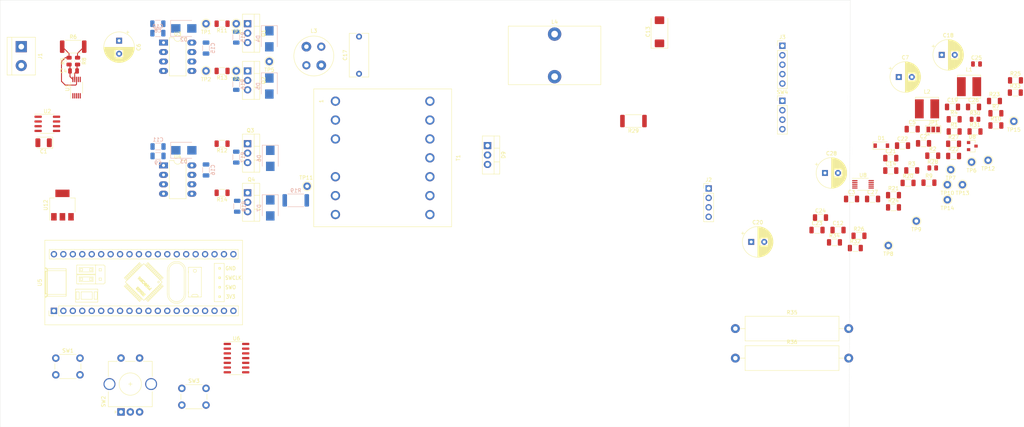
<source format=kicad_pcb>
(kicad_pcb (version 20171130) (host pcbnew "(5.1.7)-1")
  (layers (0 F.Cu signal) (31 B.Cu signal) (34 B.Paste user) (35 F.Paste user) (36 B.SilkS user hide) (37 F.SilkS user) (38 B.Mask user) (39 F.Mask user) (44 Edge.Cuts user))
  (net 0 "")
  (net 1 "Net-(C2-Pad2)")
  (net 2 GND)
  (net 3 +3V3)
  (net 4 "Net-(C4-Pad2)")
  (net 5 "Net-(C4-Pad1)")
  (net 6 VCC)
  (net 7 "Net-(C7-Pad1)")
  (net 8 "Net-(C12-Pad1)")
  (net 9 +5V)
  (net 10 "Net-(C15-Pad2)")
  (net 11 "Net-(C15-Pad1)")
  (net 12 "Net-(C16-Pad2)")
  (net 13 "Net-(C16-Pad1)")
  (net 14 /Vout)
  (net 15 "Net-(C19-Pad1)")
  (net 16 "Net-(C21-Pad1)")
  (net 17 "Net-(C22-Pad1)")
  (net 18 "Net-(C25-Pad2)")
  (net 19 "Net-(C25-Pad1)")
  (net 20 "Net-(C26-Pad1)")
  (net 21 "Net-(C27-Pad1)")
  (net 22 "Net-(D1-Pad1)")
  (net 23 "Net-(D8-Pad3)")
  (net 24 /~ALRT2)
  (net 25 /~ALRT1)
  (net 26 "Net-(D9-Pad3)")
  (net 27 "Net-(D9-Pad2)")
  (net 28 "Net-(D9-Pad1)")
  (net 29 VDC)
  (net 30 /SCL)
  (net 31 /SDA)
  (net 32 /CS)
  (net 33 /SCK)
  (net 34 /SDO)
  (net 35 "Net-(Q1-Pad1)")
  (net 36 "Net-(Q2-Pad1)")
  (net 37 "Net-(Q3-Pad1)")
  (net 38 "Net-(Q4-Pad1)")
  (net 39 "Net-(R2-Pad2)")
  (net 40 "Net-(R7-Pad1)")
  (net 41 "Net-(R11-Pad2)")
  (net 42 "Net-(R12-Pad2)")
  (net 43 "Net-(R13-Pad2)")
  (net 44 "Net-(R14-Pad2)")
  (net 45 "Net-(R21-Pad1)")
  (net 46 "Net-(R24-Pad1)")
  (net 47 "Net-(R25-Pad1)")
  (net 48 "Net-(R29-Pad1)")
  (net 49 "Net-(R31-Pad1)")
  (net 50 "Net-(R32-Pad1)")
  (net 51 "Net-(SW4-Pad4)")
  (net 52 "Net-(R35-Pad2)")
  (net 53 "Net-(R36-Pad2)")
  (net 54 "Net-(R19-Pad1)")
  (net 55 "Net-(C17-Pad1)")
  (net 56 "Net-(C17-Pad2)")
  (net 57 /PWM_CH2)
  (net 58 /PWM_CH1)
  (net 59 /PWM_CH4)
  (net 60 /PWM_CH3)
  (net 61 "Net-(U5-Pad21)")
  (net 62 "Net-(U5-Pad22)")
  (net 63 "Net-(U5-Pad18)")
  (net 64 "Net-(U5-Pad23)")
  (net 65 "Net-(U5-Pad17)")
  (net 66 "Net-(U5-Pad24)")
  (net 67 "Net-(U5-Pad16)")
  (net 68 "Net-(U5-Pad25)")
  (net 69 "Net-(U5-Pad26)")
  (net 70 "Net-(U5-Pad27)")
  (net 71 "Net-(U5-Pad28)")
  (net 72 "Net-(U5-Pad12)")
  (net 73 "Net-(U5-Pad29)")
  (net 74 "Net-(U5-Pad30)")
  (net 75 "Net-(U5-Pad9)")
  (net 76 "Net-(U5-Pad32)")
  (net 77 "Net-(U5-Pad33)")
  (net 78 "Net-(U5-Pad34)")
  (net 79 "Net-(U5-Pad35)")
  (net 80 "Net-(U5-Pad36)")
  (net 81 "Net-(U5-Pad4)")
  (net 82 "Net-(U5-Pad37)")
  (net 83 "Net-(U5-Pad3)")
  (net 84 "Net-(U5-Pad2)")
  (net 85 "Net-(U5-Pad1)")
  (net 86 /BUTTON_2)
  (net 87 /BUTTON_1)
  (net 88 /ENC_SWITCH)
  (net 89 /ENC_B)
  (net 90 /ENC_A)
  (module Package_DIP:DIP-8_W7.62mm_LongPads (layer F.Cu) (at 56.642 74.93)
    (fp_text reference U4 (at 3.81 -2.33) (layer F.SilkS))
    (fp_text value IR2101)
    (pad 8 thru_hole oval (at 7.62 0) (size 2.4 1.6) (drill 0.8) (layers *.Cu *.Mask) (net 12 "Net-(C16-Pad2)"))
    (pad 4 thru_hole oval (at 0 7.62) (size 2.4 1.6) (drill 0.8) (layers *.Cu *.Mask) (net 2 GND))
    (pad 7 thru_hole oval (at 7.62 2.54) (size 2.4 1.6) (drill 0.8) (layers *.Cu *.Mask) (net 42 "Net-(R12-Pad2)"))
    (pad 3 thru_hole oval (at 0 5.08) (size 2.4 1.6) (drill 0.8) (layers *.Cu *.Mask) (net 59 /PWM_CH4))
    (pad 6 thru_hole oval (at 7.62 5.08) (size 2.4 1.6) (drill 0.8) (layers *.Cu *.Mask) (net 13 "Net-(C16-Pad1)"))
    (pad 2 thru_hole oval (at 0 2.54) (size 2.4 1.6) (drill 0.8) (layers *.Cu *.Mask) (net 60 /PWM_CH3))
    (pad 5 thru_hole oval (at 7.62 7.62) (size 2.4 1.6) (drill 0.8) (layers *.Cu *.Mask) (net 44 "Net-(R14-Pad2)"))
    (pad 1 thru_hole rect (at 0 0) (size 2.4 1.6) (drill 0.8) (layers *.Cu *.Mask) (net 6 VCC))
  )
  (module Package_DIP:DIP-8_W7.62mm_LongPads (layer F.Cu) (at 56.642 41.91)
    (fp_text reference U3 (at 3.81 -2.33) (layer F.SilkS))
    (fp_text value IR2101)
    (pad 8 thru_hole oval (at 7.62 0) (size 2.4 1.6) (drill 0.8) (layers *.Cu *.Mask) (net 10 "Net-(C15-Pad2)"))
    (pad 4 thru_hole oval (at 0 7.62) (size 2.4 1.6) (drill 0.8) (layers *.Cu *.Mask) (net 2 GND))
    (pad 7 thru_hole oval (at 7.62 2.54) (size 2.4 1.6) (drill 0.8) (layers *.Cu *.Mask) (net 41 "Net-(R11-Pad2)"))
    (pad 3 thru_hole oval (at 0 5.08) (size 2.4 1.6) (drill 0.8) (layers *.Cu *.Mask) (net 57 /PWM_CH2))
    (pad 6 thru_hole oval (at 7.62 5.08) (size 2.4 1.6) (drill 0.8) (layers *.Cu *.Mask) (net 11 "Net-(C15-Pad1)"))
    (pad 2 thru_hole oval (at 0 2.54) (size 2.4 1.6) (drill 0.8) (layers *.Cu *.Mask) (net 58 /PWM_CH1))
    (pad 5 thru_hole oval (at 7.62 7.62) (size 2.4 1.6) (drill 0.8) (layers *.Cu *.Mask) (net 43 "Net-(R13-Pad2)"))
    (pad 1 thru_hole rect (at 0 0) (size 2.4 1.6) (drill 0.8) (layers *.Cu *.Mask) (net 6 VCC))
  )
  (module Resistor_SMD:R_0805_2012Metric (layer F.Cu) (at 274.84 62.53)
    (fp_text reference R30 (at 0 -1.65) (layer F.SilkS))
    (fp_text value 5R)
    (pad 2 smd roundrect (at 0.9125 0) (size 1.025 1.4) (layers F.Cu F.Paste F.Mask) (roundrect_rratio 0.243902) (net 48 "Net-(R29-Pad1)"))
    (pad 1 smd roundrect (at -0.9125 0) (size 1.025 1.4) (layers F.Cu F.Paste F.Mask) (roundrect_rratio 0.243902) (net 19 "Net-(C25-Pad1)"))
  )
  (module Resistor_SMD:R_0805_2012Metric (layer F.Cu) (at 263.47 75.61)
    (fp_text reference R28 (at 0 -1.65) (layer F.SilkS))
    (fp_text value 5R)
    (pad 2 smd roundrect (at 0.9125 0) (size 1.025 1.4) (layers F.Cu F.Paste F.Mask) (roundrect_rratio 0.243902) (net 14 /Vout))
    (pad 1 smd roundrect (at -0.9125 0) (size 1.025 1.4) (layers F.Cu F.Paste F.Mask) (roundrect_rratio 0.243902) (net 18 "Net-(C25-Pad2)"))
  )
  (module Resistor_SMD:R_0805_2012Metric (layer F.Cu) (at 33.528 46.8865 90)
    (fp_text reference R8 (at 0 1.778 90) (layer F.SilkS))
    (fp_text value 5R)
    (pad 2 smd roundrect (at 0.9125 0 90) (size 1.025 1.4) (layers F.Cu F.Paste F.Mask) (roundrect_rratio 0.243902) (net 6 VCC))
    (pad 1 smd roundrect (at -0.9125 0 90) (size 1.025 1.4) (layers F.Cu F.Paste F.Mask) (roundrect_rratio 0.243902) (net 5 "Net-(C4-Pad1)"))
  )
  (module Resistor_SMD:R_0805_2012Metric (layer F.Cu) (at 31.242 46.8865 90)
    (fp_text reference R5 (at 0 -1.65 90) (layer F.SilkS))
    (fp_text value 5R)
    (pad 2 smd roundrect (at 0.9125 0 90) (size 1.025 1.4) (layers F.Cu F.Paste F.Mask) (roundrect_rratio 0.243902) (net 29 VDC))
    (pad 1 smd roundrect (at -0.9125 0 90) (size 1.025 1.4) (layers F.Cu F.Paste F.Mask) (roundrect_rratio 0.243902) (net 4 "Net-(C4-Pad2)"))
  )
  (module Capacitor_SMD:C_0805_2012Metric (layer F.Cu) (at 275.24 47.66)
    (fp_text reference C25 (at 0 -1.68) (layer F.SilkS))
    (fp_text value 0.1u)
    (pad 2 smd roundrect (at 0.95 0) (size 1 1.45) (layers F.Cu F.Paste F.Mask) (net 18 "Net-(C25-Pad2)"))
    (pad 1 smd roundrect (at -0.95 0) (size 1 1.45) (layers F.Cu F.Paste F.Mask) (net 19 "Net-(C25-Pad1)"))
  )
  (module Capacitor_SMD:C_0805_2012Metric (layer F.Cu) (at 32.446 49.53 180)
    (fp_text reference C4 (at 2.728 0) (layer F.SilkS))
    (fp_text value 0.1u)
    (pad 2 smd roundrect (at 0.95 0 180) (size 1 1.45) (layers F.Cu F.Paste F.Mask) (net 4 "Net-(C4-Pad2)"))
    (pad 1 smd roundrect (at -0.95 0 180) (size 1 1.45) (layers F.Cu F.Paste F.Mask) (net 5 "Net-(C4-Pad1)"))
  )
  (module Transformer_THT:Transformer_EPCOS_B66359A1013T_Horizontal_My (layer F.Cu) (at 102.87 57.658 270)
    (fp_text reference T1 (at 15.24 -33.02 90) (layer F.SilkS))
    (fp_text value 12:6)
    (fp_text user 1 (at 0 3.81 90) (layer F.SilkS))
    (pad 3 thru_hole circle (at 30.48 -25.4 270) (size 2.5 2.5) (drill 1.6) (layers *.Cu *.Mask) (net 26 "Net-(D9-Pad3)"))
    (pad 3 thru_hole circle (at 25.4 -25.4 270) (size 2.5 2.5) (drill 1.6) (layers *.Cu *.Mask) (net 26 "Net-(D9-Pad3)"))
    (pad 4 thru_hole circle (at 20.32 -25.4 270) (size 2.5 2.5) (drill 1.6) (layers *.Cu *.Mask) (net 2 GND))
    (pad 4 thru_hole circle (at 15.24 -25.4 270) (size 2.5 2.5) (drill 1.6) (layers *.Cu *.Mask) (net 2 GND))
    (pad 4 thru_hole circle (at 10.16 -25.4 270) (size 2.5 2.5) (drill 1.6) (layers *.Cu *.Mask) (net 2 GND))
    (pad 5 thru_hole circle (at 5.08 -25.4 270) (size 2.5 2.5) (drill 1.6) (layers *.Cu *.Mask) (net 28 "Net-(D9-Pad1)"))
    (pad 5 thru_hole circle (at 0 -25.4 270) (size 2.5 2.5) (drill 1.6) (layers *.Cu *.Mask) (net 28 "Net-(D9-Pad1)"))
    (pad 2 thru_hole circle (at 30.48 0 270) (size 2.5 2.5) (drill 1.6) (layers *.Cu *.Mask) (net 54 "Net-(R19-Pad1)"))
    (pad 2 thru_hole circle (at 25.4 0 270) (size 2.5 2.5) (drill 1.6) (layers *.Cu *.Mask) (net 54 "Net-(R19-Pad1)"))
    (pad 2 thru_hole circle (at 20.32 0 270) (size 2.5 2.5) (drill 1.6) (layers *.Cu *.Mask) (net 54 "Net-(R19-Pad1)"))
    (pad 1 thru_hole circle (at 10.16 0 270) (size 2.5 2.5) (drill 1.6) (layers *.Cu *.Mask) (net 55 "Net-(C17-Pad1)"))
    (pad 1 thru_hole circle (at 5.08 0 270) (size 2.5 2.5) (drill 1.6) (layers *.Cu *.Mask) (net 55 "Net-(C17-Pad1)"))
    (pad 1 thru_hole circle (at 0 0 270) (size 2.5 2.5) (drill 1.6) (layers *.Cu *.Mask) (net 55 "Net-(C17-Pad1)"))
  )
  (module Capacitor_Tantalum_SMD:CP_EIA-3528-21_Kemet-B (layer F.Cu) (at 24.3975 68.834 180)
    (fp_text reference C1 (at 0 -2.35) (layer F.SilkS))
    (fp_text value 10u)
    (pad 2 smd roundrect (at 1.5375 0 180) (size 1.325 2.35) (layers F.Cu F.Paste F.Mask) (roundrect_rratio 0.188679) (net 2 GND))
    (pad 1 smd roundrect (at -1.5375 0 180) (size 1.325 2.35) (layers F.Cu F.Paste F.Mask) (roundrect_rratio 0.188679) (net 29 VDC))
  )
  (module Resistor_THT:R_Axial_Power_L25.0mm_W6.4mm_P30.48mm (layer F.Cu) (at 210.4 126.75)
    (fp_text reference R36 (at 15.24 -4.32) (layer F.SilkS))
    (fp_text value R_l2)
    (pad 2 thru_hole oval (at 30.48 0) (size 2.4 2.4) (drill 1.2) (layers *.Cu *.Mask) (net 53 "Net-(R36-Pad2)"))
    (pad 1 thru_hole circle (at 0 0) (size 2.4 2.4) (drill 1.2) (layers *.Cu *.Mask) (net 2 GND))
  )
  (module Resistor_THT:R_Axial_Power_L25.0mm_W6.4mm_P30.48mm (layer F.Cu) (at 210.4 118.8)
    (fp_text reference R35 (at 15.24 -4.32) (layer F.SilkS))
    (fp_text value R_l1)
    (pad 2 thru_hole oval (at 30.48 0) (size 2.4 2.4) (drill 1.2) (layers *.Cu *.Mask) (net 52 "Net-(R35-Pad2)"))
    (pad 1 thru_hole circle (at 0 0) (size 2.4 2.4) (drill 1.2) (layers *.Cu *.Mask) (net 2 GND))
  )
  (module Resistor_SMD:R_2512_6332Metric (layer B.Cu) (at 92.202 84.328 180)
    (fp_text reference R19 (at 0 2.62) (layer B.SilkS) (effects (justify mirror)))
    (fp_text value 0.1R)
    (pad 2 smd roundrect (at 2.9625 0 180) (size 1.225 3.35) (layers B.Cu B.Paste B.Mask) (roundrect_rratio 0.204082) (net 13 "Net-(C16-Pad1)"))
    (pad 1 smd roundrect (at -2.9625 0 180) (size 1.225 3.35) (layers B.Cu B.Paste B.Mask) (roundrect_rratio 0.204082) (net 54 "Net-(R19-Pad1)"))
  )
  (module Inductor_THT:L_Toroid_Vertical_L24.6mm_W15.5mm_P11.44mm_Pulse_KM-4 (layer F.Cu) (at 161.798 39.624)
    (fp_text reference L4 (at 0 -3.28) (layer F.SilkS))
    (fp_text value 100u)
    (pad 2 thru_hole circle (at 0 11.44) (size 3.6 3.6) (drill 1.8) (layers *.Cu *.Mask) (net 14 /Vout))
    (pad 1 thru_hole circle (at 0 0) (size 3.6 3.6) (drill 1.8) (layers *.Cu *.Mask) (net 27 "Net-(D9-Pad2)"))
  )
  (module Inductor_THT:L_Radial_D10.5mm_P4.00x5.00mm_Murata_1200RS (layer F.Cu) (at 95.06 43.006)
    (fp_text reference L3 (at 2 -4.25) (layer F.SilkS))
    (fp_text value Lr)
    (pad 2 thru_hole circle (at 4 5) (size 2.6 2.6) (drill 1.2) (layers *.Cu *.Mask) (net 56 "Net-(C17-Pad2)"))
    (pad 1 thru_hole circle (at 0 0) (size 2.6 2.6) (drill 1.2) (layers *.Cu *.Mask) (net 11 "Net-(C15-Pad1)"))
    (pad "" thru_hole circle (at 0 5) (size 2.2 2.2) (drill 1.2) (layers *.Cu *.Mask))
    (pad "" thru_hole circle (at 4 0) (size 2.2 2.2) (drill 1.2) (layers *.Cu *.Mask))
  )
  (module Capacitor_THT:C_Rect_L11.5mm_W5.0mm_P10.00mm_MKT (layer F.Cu) (at 109.22 50.292 90)
    (fp_text reference C17 (at 5 -3.75 90) (layer F.SilkS))
    (fp_text value Cr)
    (pad 2 thru_hole circle (at 10 0 90) (size 1.6 1.6) (drill 0.8) (layers *.Cu *.Mask) (net 56 "Net-(C17-Pad2)"))
    (pad 1 thru_hole circle (at 0 0 90) (size 1.6 1.6) (drill 0.8) (layers *.Cu *.Mask) (net 55 "Net-(C17-Pad1)"))
  )
  (module Package_SO:SO-14_3.9x8.65mm_P1.27mm (layer F.Cu) (at 76.265 126.746)
    (fp_text reference U6 (at 0 -5.28) (layer F.SilkS))
    (fp_text value 74HC14)
    (pad 14 smd roundrect (at 2.475 -3.81) (size 1.95 0.6) (layers F.Cu F.Paste F.Mask) (net 3 +3V3))
    (pad 13 smd roundrect (at 2.475 -2.54) (size 1.95 0.6) (layers F.Cu F.Paste F.Mask))
    (pad 12 smd roundrect (at 2.475 -1.27) (size 1.95 0.6) (layers F.Cu F.Paste F.Mask))
    (pad 11 smd roundrect (at 2.475 0) (size 1.95 0.6) (layers F.Cu F.Paste F.Mask) (net 21 "Net-(C27-Pad1)"))
    (pad 10 smd roundrect (at 2.475 1.27) (size 1.95 0.6) (layers F.Cu F.Paste F.Mask) (net 86 /BUTTON_2))
    (pad 9 smd roundrect (at 2.475 2.54) (size 1.95 0.6) (layers F.Cu F.Paste F.Mask) (net 16 "Net-(C21-Pad1)"))
    (pad 8 smd roundrect (at 2.475 3.81) (size 1.95 0.6) (layers F.Cu F.Paste F.Mask) (net 87 /BUTTON_1))
    (pad 7 smd roundrect (at -2.475 3.81) (size 1.95 0.6) (layers F.Cu F.Paste F.Mask) (net 2 GND))
    (pad 6 smd roundrect (at -2.475 2.54) (size 1.95 0.6) (layers F.Cu F.Paste F.Mask) (net 88 /ENC_SWITCH))
    (pad 5 smd roundrect (at -2.475 1.27) (size 1.95 0.6) (layers F.Cu F.Paste F.Mask) (net 20 "Net-(C26-Pad1)"))
    (pad 4 smd roundrect (at -2.475 0) (size 1.95 0.6) (layers F.Cu F.Paste F.Mask) (net 89 /ENC_B))
    (pad 3 smd roundrect (at -2.475 -1.27) (size 1.95 0.6) (layers F.Cu F.Paste F.Mask) (net 17 "Net-(C22-Pad1)"))
    (pad 2 smd roundrect (at -2.475 -2.54) (size 1.95 0.6) (layers F.Cu F.Paste F.Mask) (net 90 /ENC_A))
    (pad 1 smd roundrect (at -2.475 -3.81) (size 1.95 0.6) (layers F.Cu F.Paste F.Mask) (net 15 "Net-(C19-Pad1)"))
  )
  (module Footprints:YAAJ_BluePill_1 (layer F.Cu) (at 27.178 114.046 90)
    (fp_text reference U5 (at 7.62 -3.81 90) (layer F.SilkS))
    (fp_text value YAAJ_BluePill hide)
    (fp_text user GND (at 11.43 47.498 unlocked) (layer F.SilkS) (effects (font (size 1 0.9))))
    (fp_text user SWCLK (at 8.89 48.26 unlocked) (layer F.SilkS) (effects (font (size 1 0.9))))
    (fp_text user SWO (at 6.35 47.498 unlocked) (layer F.SilkS) (effects (font (size 1 0.9))))
    (fp_text user 3V3 (at 3.81 47.498 unlocked) (layer F.SilkS) (effects (font (size 1 0.9))))
    (pad 20 thru_hole circle (at 0 48.26 90) (size 1.7 1.7) (drill 1) (layers *.Cu *.Mask) (net 3 +3V3))
    (pad 21 thru_hole circle (at 15.24 48.26 90) (size 1.7 1.7) (drill 1) (layers *.Cu *.Mask) (net 61 "Net-(U5-Pad21)"))
    (pad 19 thru_hole circle (at 0 45.72 90) (size 1.7 1.7) (drill 1) (layers *.Cu *.Mask) (net 2 GND))
    (pad 22 thru_hole circle (at 15.24 45.72 90) (size 1.7 1.7) (drill 1) (layers *.Cu *.Mask) (net 62 "Net-(U5-Pad22)"))
    (pad 18 thru_hole circle (at 0 43.18 90) (size 1.7 1.7) (drill 1) (layers *.Cu *.Mask) (net 63 "Net-(U5-Pad18)"))
    (pad 23 thru_hole circle (at 15.24 43.18 90) (size 1.7 1.7) (drill 1) (layers *.Cu *.Mask) (net 64 "Net-(U5-Pad23)"))
    (pad 17 thru_hole circle (at 0 40.64 90) (size 1.7 1.7) (drill 1) (layers *.Cu *.Mask) (net 65 "Net-(U5-Pad17)"))
    (pad 24 thru_hole circle (at 15.24 40.64 90) (size 1.7 1.7) (drill 1) (layers *.Cu *.Mask) (net 66 "Net-(U5-Pad24)"))
    (pad 16 thru_hole circle (at 0 38.1 90) (size 1.7 1.7) (drill 1) (layers *.Cu *.Mask) (net 67 "Net-(U5-Pad16)"))
    (pad 25 thru_hole circle (at 15.24 38.1 90) (size 1.7 1.7) (drill 1) (layers *.Cu *.Mask) (net 68 "Net-(U5-Pad25)"))
    (pad 15 thru_hole circle (at 0 35.56 90) (size 1.7 1.7) (drill 1) (layers *.Cu *.Mask) (net 31 /SDA))
    (pad 26 thru_hole circle (at 15.24 35.56 90) (size 1.7 1.7) (drill 1) (layers *.Cu *.Mask) (net 69 "Net-(U5-Pad26)"))
    (pad 14 thru_hole circle (at 0 33.02 90) (size 1.7 1.7) (drill 1) (layers *.Cu *.Mask) (net 30 /SCL))
    (pad 27 thru_hole circle (at 15.24 33.02 90) (size 1.7 1.7) (drill 1) (layers *.Cu *.Mask) (net 70 "Net-(U5-Pad27)"))
    (pad 13 thru_hole circle (at 0 30.48 90) (size 1.7 1.7) (drill 1) (layers *.Cu *.Mask) (net 34 /SDO))
    (pad 28 thru_hole circle (at 15.24 30.48 90) (size 1.7 1.7) (drill 1) (layers *.Cu *.Mask) (net 71 "Net-(U5-Pad28)"))
    (pad 12 thru_hole circle (at 0 27.94 90) (size 1.7 1.7) (drill 1) (layers *.Cu *.Mask) (net 72 "Net-(U5-Pad12)"))
    (pad 29 thru_hole circle (at 15.24 27.94 90) (size 1.7 1.7) (drill 1) (layers *.Cu *.Mask) (net 73 "Net-(U5-Pad29)"))
    (pad 11 thru_hole circle (at 0 25.4 90) (size 1.7 1.7) (drill 1) (layers *.Cu *.Mask) (net 33 /SCK))
    (pad 30 thru_hole circle (at 15.24 25.4 90) (size 1.7 1.7) (drill 1) (layers *.Cu *.Mask) (net 74 "Net-(U5-Pad30)"))
    (pad 10 thru_hole circle (at 0 22.86 90) (size 1.7 1.7) (drill 1) (layers *.Cu *.Mask) (net 32 /CS))
    (pad 31 thru_hole circle (at 15.24 22.86 90) (size 1.7 1.7) (drill 1) (layers *.Cu *.Mask) (net 23 "Net-(D8-Pad3)"))
    (pad 9 thru_hole circle (at 0 20.32 90) (size 1.7 1.7) (drill 1) (layers *.Cu *.Mask) (net 75 "Net-(U5-Pad9)"))
    (pad 32 thru_hole circle (at 15.24 20.32 90) (size 1.7 1.7) (drill 1) (layers *.Cu *.Mask) (net 76 "Net-(U5-Pad32)"))
    (pad 8 thru_hole circle (at 0 17.78 90) (size 1.7 1.7) (drill 1) (layers *.Cu *.Mask) (net 59 /PWM_CH4))
    (pad 33 thru_hole circle (at 15.24 17.78 90) (size 1.7 1.7) (drill 1) (layers *.Cu *.Mask) (net 77 "Net-(U5-Pad33)"))
    (pad 7 thru_hole circle (at 0 15.24 90) (size 1.7 1.7) (drill 1) (layers *.Cu *.Mask) (net 60 /PWM_CH3))
    (pad 34 thru_hole circle (at 15.24 15.24 90) (size 1.7 1.7) (drill 1) (layers *.Cu *.Mask) (net 78 "Net-(U5-Pad34)"))
    (pad 6 thru_hole circle (at 0 12.7 90) (size 1.7 1.7) (drill 1) (layers *.Cu *.Mask) (net 57 /PWM_CH2))
    (pad 35 thru_hole circle (at 15.24 12.7 90) (size 1.7 1.7) (drill 1) (layers *.Cu *.Mask) (net 79 "Net-(U5-Pad35)"))
    (pad 5 thru_hole circle (at 0 10.16 90) (size 1.7 1.7) (drill 1) (layers *.Cu *.Mask) (net 58 /PWM_CH1))
    (pad 36 thru_hole circle (at 15.24 10.16 90) (size 1.7 1.7) (drill 1) (layers *.Cu *.Mask) (net 80 "Net-(U5-Pad36)"))
    (pad 4 thru_hole circle (at 0 7.62 90) (size 1.7 1.7) (drill 1) (layers *.Cu *.Mask) (net 81 "Net-(U5-Pad4)"))
    (pad 37 thru_hole circle (at 15.24 7.62 90) (size 1.7 1.7) (drill 1) (layers *.Cu *.Mask) (net 82 "Net-(U5-Pad37)"))
    (pad 3 thru_hole circle (at 0 5.08 90) (size 1.7 1.7) (drill 1) (layers *.Cu *.Mask) (net 83 "Net-(U5-Pad3)"))
    (pad 38 thru_hole circle (at 15.24 5.08 90) (size 1.7 1.7) (drill 1) (layers *.Cu *.Mask) (net 3 +3V3))
    (pad 2 thru_hole circle (at 0 2.54 90) (size 1.7 1.7) (drill 1) (layers *.Cu *.Mask) (net 84 "Net-(U5-Pad2)"))
    (pad 39 thru_hole circle (at 15.24 2.54 90) (size 1.7 1.7) (drill 1) (layers *.Cu *.Mask) (net 2 GND))
    (pad 1 thru_hole rect (at 0 0 90) (size 1.7 1.7) (drill 1) (layers *.Cu *.Mask) (net 85 "Net-(U5-Pad1)"))
    (pad 40 thru_hole circle (at 15.24 0 90) (size 1.7 1.7) (drill 1) (layers *.Cu *.Mask) (net 2 GND))
  )
  (module Package_TO_SOT_SMD:SOT-223-3_TabPin2 (layer F.Cu) (at 29.464 85.598 90)
    (fp_text reference U12 (at 0 -4.5 90) (layer F.SilkS))
    (fp_text value AMS1117-3.3)
    (pad 1 smd rect (at -3.15 -2.3 90) (size 2 1.5) (layers F.Cu F.Paste F.Mask) (net 2 GND))
    (pad 3 smd rect (at -3.15 2.3 90) (size 2 1.5) (layers F.Cu F.Paste F.Mask) (net 9 +5V))
    (pad 2 smd rect (at -3.15 0 90) (size 2 1.5) (layers F.Cu F.Paste F.Mask) (net 3 +3V3))
    (pad 2 smd rect (at 3.15 0 90) (size 2 3.8) (layers F.Cu F.Paste F.Mask) (net 3 +3V3))
  )
  (module Package_SO:VSSOP-10_3x3mm_P0.5mm (layer F.Cu) (at 244.72 80.01)
    (fp_text reference U8 (at 0 -2.45) (layer F.SilkS))
    (fp_text value INA226)
    (pad 10 smd roundrect (at 2.2 -1) (size 1.45 0.3) (layers F.Cu F.Paste F.Mask) (net 18 "Net-(C25-Pad2)"))
    (pad 9 smd roundrect (at 2.2 -0.5) (size 1.45 0.3) (layers F.Cu F.Paste F.Mask) (net 19 "Net-(C25-Pad1)"))
    (pad 8 smd roundrect (at 2.2 0) (size 1.45 0.3) (layers F.Cu F.Paste F.Mask) (net 48 "Net-(R29-Pad1)"))
    (pad 7 smd roundrect (at 2.2 0.5) (size 1.45 0.3) (layers F.Cu F.Paste F.Mask) (net 2 GND))
    (pad 6 smd roundrect (at 2.2 1) (size 1.45 0.3) (layers F.Cu F.Paste F.Mask) (net 3 +3V3))
    (pad 5 smd roundrect (at -2.2 1) (size 1.45 0.3) (layers F.Cu F.Paste F.Mask) (net 30 /SCL))
    (pad 4 smd roundrect (at -2.2 0.5) (size 1.45 0.3) (layers F.Cu F.Paste F.Mask) (net 31 /SDA))
    (pad 3 smd roundrect (at -2.2 0) (size 1.45 0.3) (layers F.Cu F.Paste F.Mask) (net 24 /~ALRT2))
    (pad 2 smd roundrect (at -2.2 -0.5) (size 1.45 0.3) (layers F.Cu F.Paste F.Mask) (net 2 GND))
    (pad 1 smd roundrect (at -2.2 -1) (size 1.45 0.3) (layers F.Cu F.Paste F.Mask) (net 2 GND))
  )
  (module Package_SO:SOIC-8_3.9x4.9mm_P1.27mm (layer F.Cu) (at 25.4 63.754)
    (fp_text reference U2 (at 0 -3.4) (layer F.SilkS))
    (fp_text value MC34063AD)
    (pad 8 smd roundrect (at 2.475 -1.905) (size 1.95 0.6) (layers F.Cu F.Paste F.Mask) (net 39 "Net-(R2-Pad2)"))
    (pad 7 smd roundrect (at 2.475 -0.635) (size 1.95 0.6) (layers F.Cu F.Paste F.Mask) (net 39 "Net-(R2-Pad2)"))
    (pad 6 smd roundrect (at 2.475 0.635) (size 1.95 0.6) (layers F.Cu F.Paste F.Mask) (net 29 VDC))
    (pad 5 smd roundrect (at 2.475 1.905) (size 1.95 0.6) (layers F.Cu F.Paste F.Mask) (net 40 "Net-(R7-Pad1)"))
    (pad 4 smd roundrect (at -2.475 1.905) (size 1.95 0.6) (layers F.Cu F.Paste F.Mask) (net 2 GND))
    (pad 3 smd roundrect (at -2.475 0.635) (size 1.95 0.6) (layers F.Cu F.Paste F.Mask) (net 1 "Net-(C2-Pad2)"))
    (pad 2 smd roundrect (at -2.475 -0.635) (size 1.95 0.6) (layers F.Cu F.Paste F.Mask) (net 22 "Net-(D1-Pad1)"))
    (pad 1 smd roundrect (at -2.475 -1.905) (size 1.95 0.6) (layers F.Cu F.Paste F.Mask) (net 39 "Net-(R2-Pad2)"))
  )
  (module Package_SO:VSSOP-10_3x3mm_P0.5mm (layer F.Cu) (at 33.258 54.016 90)
    (fp_text reference U1 (at 0 -2.45 90) (layer F.SilkS))
    (fp_text value INA226)
    (pad 10 smd roundrect (at 2.2 -1 90) (size 1.45 0.3) (layers F.Cu F.Paste F.Mask) (net 4 "Net-(C4-Pad2)"))
    (pad 9 smd roundrect (at 2.2 -0.5 90) (size 1.45 0.3) (layers F.Cu F.Paste F.Mask) (net 5 "Net-(C4-Pad1)"))
    (pad 8 smd roundrect (at 2.2 0 90) (size 1.45 0.3) (layers F.Cu F.Paste F.Mask) (net 29 VDC))
    (pad 7 smd roundrect (at 2.2 0.5 90) (size 1.45 0.3) (layers F.Cu F.Paste F.Mask) (net 2 GND))
    (pad 6 smd roundrect (at 2.2 1 90) (size 1.45 0.3) (layers F.Cu F.Paste F.Mask) (net 3 +3V3))
    (pad 5 smd roundrect (at -2.2 1 90) (size 1.45 0.3) (layers F.Cu F.Paste F.Mask) (net 30 /SCL))
    (pad 4 smd roundrect (at -2.2 0.5 90) (size 1.45 0.3) (layers F.Cu F.Paste F.Mask) (net 31 /SDA))
    (pad 3 smd roundrect (at -2.2 0 90) (size 1.45 0.3) (layers F.Cu F.Paste F.Mask) (net 25 /~ALRT1))
    (pad 2 smd roundrect (at -2.2 -0.5 90) (size 1.45 0.3) (layers F.Cu F.Paste F.Mask) (net 2 GND))
    (pad 1 smd roundrect (at -2.2 -1 90) (size 1.45 0.3) (layers F.Cu F.Paste F.Mask) (net 3 +3V3))
  )
  (module Connector_Pin:Pin_D1.0mm_L10.0mm (layer F.Cu) (at 285.28 63.08)
    (fp_text reference TP15 (at 0 2.25) (layer F.SilkS))
    (fp_text value D)
    (pad 1 thru_hole circle (at 0 0) (size 2 2) (drill 1) (layers *.Cu *.Mask) (net 48 "Net-(R29-Pad1)"))
  )
  (module Connector_Pin:Pin_D1.0mm_L10.0mm (layer F.Cu) (at 267.41 84.17)
    (fp_text reference TP14 (at 0 2.25) (layer F.SilkS))
    (fp_text value D)
    (pad 1 thru_hole circle (at 0 0) (size 2 2) (drill 1) (layers *.Cu *.Mask) (net 27 "Net-(D9-Pad2)"))
  )
  (module Connector_Pin:Pin_D1.0mm_L10.0mm (layer F.Cu) (at 271.46 80.12)
    (fp_text reference TP13 (at 0 2.25) (layer F.SilkS))
    (fp_text value P2)
    (pad 1 thru_hole circle (at 0 0) (size 2 2) (drill 1) (layers *.Cu *.Mask) (net 28 "Net-(D9-Pad1)"))
  )
  (module Connector_Pin:Pin_D1.0mm_L10.0mm (layer F.Cu) (at 278.36 73.54)
    (fp_text reference TP12 (at 0 2.25) (layer F.SilkS))
    (fp_text value P1)
    (pad 1 thru_hole circle (at 0 0) (size 2 2) (drill 1) (layers *.Cu *.Mask) (net 26 "Net-(D9-Pad3)"))
  )
  (module Connector_Pin:Pin_D1.0mm_L10.0mm (layer F.Cu) (at 95.25 80.518)
    (fp_text reference TP11 (at -0.254 -2.286) (layer F.SilkS))
    (fp_text value Sh)
    (pad 1 thru_hole circle (at 0 0) (size 2 2) (drill 1) (layers *.Cu *.Mask) (net 54 "Net-(R19-Pad1)"))
  )
  (module Connector_Pin:Pin_D1.0mm_L10.0mm (layer F.Cu) (at 267.41 80.12)
    (fp_text reference TP10 (at 0 2.25) (layer F.SilkS))
    (fp_text value VCC)
    (pad 1 thru_hole circle (at 0 0) (size 2 2) (drill 1) (layers *.Cu *.Mask) (net 6 VCC))
  )
  (module Connector_Pin:Pin_D1.0mm_L10.0mm (layer F.Cu) (at 259.06 89.89)
    (fp_text reference TP9 (at 0 2.25) (layer F.SilkS))
    (fp_text value C)
    (pad 1 thru_hole circle (at 0 0) (size 2 2) (drill 1) (layers *.Cu *.Mask) (net 55 "Net-(C17-Pad1)"))
  )
  (module Connector_Pin:Pin_D1.0mm_L10.0mm (layer F.Cu) (at 251.54 96.47)
    (fp_text reference TP8 (at 0 2.25) (layer F.SilkS))
    (fp_text value GND)
    (pad 1 thru_hole circle (at 0 0) (size 2 2) (drill 1) (layers *.Cu *.Mask) (net 2 GND))
  )
  (module Connector_Pin:Pin_D1.0mm_L10.0mm (layer F.Cu) (at 268.3 76.07)
    (fp_text reference TP7 (at 0 2.25) (layer F.SilkS))
    (fp_text value L)
    (pad 1 thru_hole circle (at 0 0) (size 2 2) (drill 1) (layers *.Cu *.Mask) (net 56 "Net-(C17-Pad2)"))
  )
  (module Connector_Pin:Pin_D1.0mm_L10.0mm (layer F.Cu) (at 273.91 74.04)
    (fp_text reference TP6 (at 0 2.25) (layer F.SilkS))
    (fp_text value H1)
    (pad 1 thru_hole circle (at 0 0) (size 2 2) (drill 1) (layers *.Cu *.Mask) (net 13 "Net-(C16-Pad1)"))
  )
  (module Connector_Pin:Pin_D1.0mm_L10.0mm (layer F.Cu) (at 85.09 46.99)
    (fp_text reference TP5 (at 0 2.25) (layer F.SilkS))
    (fp_text value H2)
    (pad 1 thru_hole circle (at 0 0) (size 2 2) (drill 1) (layers *.Cu *.Mask) (net 11 "Net-(C15-Pad1)"))
  )
  (module Connector_Pin:Pin_D1.0mm_L10.0mm (layer F.Cu) (at 76.2 49.53)
    (fp_text reference TP4 (at 0 2.25) (layer F.SilkS))
    (fp_text value G2)
    (pad 1 thru_hole circle (at 0 0) (size 2 2) (drill 1) (layers *.Cu *.Mask) (net 36 "Net-(Q2-Pad1)"))
  )
  (module Connector_Pin:Pin_D1.0mm_L10.0mm (layer F.Cu) (at 76.2 36.83)
    (fp_text reference TP3 (at 0 2.25) (layer F.SilkS))
    (fp_text value G1)
    (pad 1 thru_hole circle (at 0 0) (size 2 2) (drill 1) (layers *.Cu *.Mask) (net 35 "Net-(Q1-Pad1)"))
  )
  (module Connector_Pin:Pin_D1.0mm_L10.0mm (layer F.Cu) (at 68.072 49.53)
    (fp_text reference TP2 (at 0 2.25) (layer F.SilkS))
    (fp_text value HL1)
    (pad 1 thru_hole circle (at 0 0) (size 2 2) (drill 1) (layers *.Cu *.Mask) (net 43 "Net-(R13-Pad2)"))
  )
  (module Connector_Pin:Pin_D1.0mm_L10.0mm (layer F.Cu) (at 68.072 36.83)
    (fp_text reference TP1 (at 0 2.25) (layer F.SilkS))
    (fp_text value HO1)
    (pad 1 thru_hole circle (at 0 0) (size 2 2) (drill 1) (layers *.Cu *.Mask) (net 41 "Net-(R11-Pad2)"))
  )
  (module Connector_PinHeader_2.54mm:PinHeader_1x04_P2.54mm_Vertical (layer F.Cu) (at 223.05 57.56)
    (fp_text reference SW4 (at 0 -2.33) (layer F.SilkS))
    (fp_text value Load_select)
    (pad 4 thru_hole oval (at 0 7.62) (size 1.7 1.7) (drill 1) (layers *.Cu *.Mask) (net 51 "Net-(SW4-Pad4)"))
    (pad 3 thru_hole oval (at 0 5.08) (size 1.7 1.7) (drill 1) (layers *.Cu *.Mask) (net 48 "Net-(R29-Pad1)"))
    (pad 2 thru_hole oval (at 0 2.54) (size 1.7 1.7) (drill 1) (layers *.Cu *.Mask) (net 52 "Net-(R35-Pad2)"))
    (pad 1 thru_hole rect (at 0 0) (size 1.7 1.7) (drill 1) (layers *.Cu *.Mask) (net 53 "Net-(R36-Pad2)"))
  )
  (module Button_Switch_THT:SW_PUSH_6mm_H8.5mm (layer F.Cu) (at 61.572 134.874)
    (fp_text reference SW3 (at 3.25 -2) (layer F.SilkS))
    (fp_text value SW_Push)
    (pad 1 thru_hole circle (at 6.5 0 90) (size 2 2) (drill 1.1) (layers *.Cu *.Mask) (net 2 GND))
    (pad 2 thru_hole circle (at 6.5 4.5 90) (size 2 2) (drill 1.1) (layers *.Cu *.Mask) (net 50 "Net-(R32-Pad1)"))
    (pad 1 thru_hole circle (at 0 0 90) (size 2 2) (drill 1.1) (layers *.Cu *.Mask) (net 2 GND))
    (pad 2 thru_hole circle (at 0 4.5 90) (size 2 2) (drill 1.1) (layers *.Cu *.Mask) (net 50 "Net-(R32-Pad1)"))
  )
  (module Rotary_Encoder:RotaryEncoder_Alps_EC11E-Switch_Vertical_H20mm_CircularMountingHoles (layer F.Cu) (at 45.212 141.224 90)
    (fp_text reference SW2 (at 2.8 -4.7 90) (layer F.SilkS))
    (fp_text value ENC)
    (pad A thru_hole rect (at 0 0 90) (size 2 2) (drill 1) (layers *.Cu *.Mask) (net 46 "Net-(R24-Pad1)"))
    (pad C thru_hole circle (at 0 2.5 90) (size 2 2) (drill 1) (layers *.Cu *.Mask) (net 2 GND))
    (pad B thru_hole circle (at 0 5 90) (size 2 2) (drill 1) (layers *.Cu *.Mask) (net 47 "Net-(R25-Pad1)"))
    (pad MP thru_hole circle (at 7.5 -3.1 90) (size 3.2 3.2) (drill 2.6) (layers *.Cu *.Mask))
    (pad MP thru_hole circle (at 7.5 8.1 90) (size 3.2 3.2) (drill 2.6) (layers *.Cu *.Mask))
    (pad S2 thru_hole circle (at 14.5 0 90) (size 2 2) (drill 1) (layers *.Cu *.Mask) (net 2 GND))
    (pad S1 thru_hole circle (at 14.5 5 90) (size 2 2) (drill 1) (layers *.Cu *.Mask) (net 49 "Net-(R31-Pad1)"))
  )
  (module Button_Switch_THT:SW_PUSH_6mm_H8.5mm (layer F.Cu) (at 27.686 126.746)
    (fp_text reference SW1 (at 3.25 -2) (layer F.SilkS))
    (fp_text value SW_Push)
    (pad 1 thru_hole circle (at 6.5 0 90) (size 2 2) (drill 1.1) (layers *.Cu *.Mask) (net 2 GND))
    (pad 2 thru_hole circle (at 6.5 4.5 90) (size 2 2) (drill 1.1) (layers *.Cu *.Mask) (net 45 "Net-(R21-Pad1)"))
    (pad 1 thru_hole circle (at 0 0 90) (size 2 2) (drill 1.1) (layers *.Cu *.Mask) (net 2 GND))
    (pad 2 thru_hole circle (at 0 4.5 90) (size 2 2) (drill 1.1) (layers *.Cu *.Mask) (net 45 "Net-(R21-Pad1)"))
  )
  (module Resistor_SMD:R_1206_3216Metric (layer F.Cu) (at 237.05 95.63)
    (fp_text reference R34 (at 0 -1.82) (layer F.SilkS))
    (fp_text value 100k)
    (pad 2 smd roundrect (at 1.4625 0) (size 1.125 1.75) (layers F.Cu F.Paste F.Mask) (roundrect_rratio 0.222222) (net 50 "Net-(R32-Pad1)"))
    (pad 1 smd roundrect (at -1.4625 0) (size 1.125 1.75) (layers F.Cu F.Paste F.Mask) (roundrect_rratio 0.222222) (net 21 "Net-(C27-Pad1)"))
  )
  (module Resistor_SMD:R_1206_3216Metric (layer F.Cu) (at 285.68 55.36)
    (fp_text reference R33 (at 0 -1.82) (layer F.SilkS))
    (fp_text value 100k)
    (pad 2 smd roundrect (at 1.4625 0) (size 1.125 1.75) (layers F.Cu F.Paste F.Mask) (roundrect_rratio 0.222222) (net 49 "Net-(R31-Pad1)"))
    (pad 1 smd roundrect (at -1.4625 0) (size 1.125 1.75) (layers F.Cu F.Paste F.Mask) (roundrect_rratio 0.222222) (net 20 "Net-(C26-Pad1)"))
  )
  (module Resistor_SMD:R_1206_3216Metric (layer F.Cu) (at 242.66 97.15)
    (fp_text reference R32 (at 0 -1.82) (layer F.SilkS))
    (fp_text value 10k)
    (pad 2 smd roundrect (at 1.4625 0) (size 1.125 1.75) (layers F.Cu F.Paste F.Mask) (roundrect_rratio 0.222222) (net 3 +3V3))
    (pad 1 smd roundrect (at -1.4625 0) (size 1.125 1.75) (layers F.Cu F.Paste F.Mask) (roundrect_rratio 0.222222) (net 50 "Net-(R32-Pad1)"))
  )
  (module Resistor_SMD:R_1206_3216Metric (layer F.Cu) (at 274.84 65.82)
    (fp_text reference R31 (at 0 -1.82) (layer F.SilkS))
    (fp_text value 10k)
    (pad 2 smd roundrect (at 1.4625 0) (size 1.125 1.75) (layers F.Cu F.Paste F.Mask) (roundrect_rratio 0.222222) (net 3 +3V3))
    (pad 1 smd roundrect (at -1.4625 0) (size 1.125 1.75) (layers F.Cu F.Paste F.Mask) (roundrect_rratio 0.222222) (net 49 "Net-(R31-Pad1)"))
  )
  (module Resistor_SMD:R_2512_6332Metric (layer F.Cu) (at 183 63 180)
    (fp_text reference R29 (at 0 -2.62) (layer F.SilkS))
    (fp_text value 0.1)
    (pad 2 smd roundrect (at 2.9625 0 180) (size 1.225 3.35) (layers F.Cu F.Paste F.Mask) (roundrect_rratio 0.204082) (net 14 /Vout))
    (pad 1 smd roundrect (at -2.9625 0 180) (size 1.225 3.35) (layers F.Cu F.Paste F.Mask) (roundrect_rratio 0.204082) (net 48 "Net-(R29-Pad1)"))
  )
  (module Resistor_SMD:R_1206_3216Metric (layer F.Cu) (at 269.08 69.11)
    (fp_text reference R27 (at 0 -1.82) (layer F.SilkS))
    (fp_text value 10k)
    (pad 2 smd roundrect (at 1.4625 0) (size 1.125 1.75) (layers F.Cu F.Paste F.Mask) (roundrect_rratio 0.222222) (net 3 +3V3))
    (pad 1 smd roundrect (at -1.4625 0) (size 1.125 1.75) (layers F.Cu F.Paste F.Mask) (roundrect_rratio 0.222222) (net 47 "Net-(R25-Pad1)"))
  )
  (module Resistor_SMD:R_1206_3216Metric (layer F.Cu) (at 243.64 93.86)
    (fp_text reference R26 (at 0 -1.82) (layer F.SilkS))
    (fp_text value 10k)
    (pad 2 smd roundrect (at 1.4625 0) (size 1.125 1.75) (layers F.Cu F.Paste F.Mask) (roundrect_rratio 0.222222) (net 3 +3V3))
    (pad 1 smd roundrect (at -1.4625 0) (size 1.125 1.75) (layers F.Cu F.Paste F.Mask) (roundrect_rratio 0.222222) (net 46 "Net-(R24-Pad1)"))
  )
  (module Resistor_SMD:R_1206_3216Metric (layer F.Cu) (at 285.72 52.07)
    (fp_text reference R25 (at 0 -1.82) (layer F.SilkS))
    (fp_text value 100k)
    (pad 2 smd roundrect (at 1.4625 0) (size 1.125 1.75) (layers F.Cu F.Paste F.Mask) (roundrect_rratio 0.222222) (net 17 "Net-(C22-Pad1)"))
    (pad 1 smd roundrect (at -1.4625 0) (size 1.125 1.75) (layers F.Cu F.Paste F.Mask) (roundrect_rratio 0.222222) (net 47 "Net-(R25-Pad1)"))
  )
  (module Resistor_SMD:R_1206_3216Metric (layer F.Cu) (at 252.92 86.22)
    (fp_text reference R24 (at 0 -1.82) (layer F.SilkS))
    (fp_text value 100k)
    (pad 2 smd roundrect (at 1.4625 0) (size 1.125 1.75) (layers F.Cu F.Paste F.Mask) (roundrect_rratio 0.222222) (net 15 "Net-(C19-Pad1)"))
    (pad 1 smd roundrect (at -1.4625 0) (size 1.125 1.75) (layers F.Cu F.Paste F.Mask) (roundrect_rratio 0.222222) (net 46 "Net-(R24-Pad1)"))
  )
  (module Resistor_SMD:R_1206_3216Metric (layer F.Cu) (at 280.07 57.62)
    (fp_text reference R23 (at 0 -1.82) (layer F.SilkS))
    (fp_text value 100k)
    (pad 2 smd roundrect (at 1.4625 0) (size 1.125 1.75) (layers F.Cu F.Paste F.Mask) (roundrect_rratio 0.222222) (net 45 "Net-(R21-Pad1)"))
    (pad 1 smd roundrect (at -1.4625 0) (size 1.125 1.75) (layers F.Cu F.Paste F.Mask) (roundrect_rratio 0.222222) (net 16 "Net-(C21-Pad1)"))
  )
  (module Resistor_SMD:R_1206_3216Metric (layer F.Cu) (at 269.08 72.4)
    (fp_text reference R22 (at 0 -1.82) (layer F.SilkS))
    (fp_text value 10k)
    (pad 2 smd roundrect (at 1.4625 0) (size 1.125 1.75) (layers F.Cu F.Paste F.Mask) (roundrect_rratio 0.222222) (net 24 /~ALRT2))
    (pad 1 smd roundrect (at -1.4625 0) (size 1.125 1.75) (layers F.Cu F.Paste F.Mask) (roundrect_rratio 0.222222) (net 3 +3V3))
  )
  (module Resistor_SMD:R_1206_3216Metric (layer F.Cu) (at 252.92 82.93)
    (fp_text reference R21 (at 0 -1.82) (layer F.SilkS))
    (fp_text value 10k)
    (pad 2 smd roundrect (at 1.4625 0) (size 1.125 1.75) (layers F.Cu F.Paste F.Mask) (roundrect_rratio 0.222222) (net 3 +3V3))
    (pad 1 smd roundrect (at -1.4625 0) (size 1.125 1.75) (layers F.Cu F.Paste F.Mask) (roundrect_rratio 0.222222) (net 45 "Net-(R21-Pad1)"))
  )
  (module Resistor_SMD:R_1206_3216Metric (layer F.Cu) (at 256.84 79.64)
    (fp_text reference R20 (at 0 -1.82) (layer F.SilkS))
    (fp_text value 10k)
    (pad 2 smd roundrect (at 1.4625 0) (size 1.125 1.75) (layers F.Cu F.Paste F.Mask) (roundrect_rratio 0.222222) (net 23 "Net-(D8-Pad3)"))
    (pad 1 smd roundrect (at -1.4625 0) (size 1.125 1.75) (layers F.Cu F.Paste F.Mask) (roundrect_rratio 0.222222) (net 3 +3V3))
  )
  (module Resistor_SMD:R_1206_3216Metric (layer B.Cu) (at 76.454 85.9135 90)
    (fp_text reference R18 (at 0 1.82 270) (layer B.SilkS) (effects (justify mirror)))
    (fp_text value 10K)
    (pad 2 smd roundrect (at 1.4625 0 90) (size 1.125 1.75) (layers B.Cu B.Paste B.Mask) (roundrect_rratio 0.222222) (net 38 "Net-(Q4-Pad1)"))
    (pad 1 smd roundrect (at -1.4625 0 90) (size 1.125 1.75) (layers B.Cu B.Paste B.Mask) (roundrect_rratio 0.222222) (net 2 GND))
  )
  (module Resistor_SMD:R_1206_3216Metric (layer B.Cu) (at 76.2 72.7055 90)
    (fp_text reference R17 (at 0 1.82 90) (layer B.SilkS) (effects (justify mirror)))
    (fp_text value 10K)
    (pad 2 smd roundrect (at 1.4625 0 90) (size 1.125 1.75) (layers B.Cu B.Paste B.Mask) (roundrect_rratio 0.222222) (net 37 "Net-(Q3-Pad1)"))
    (pad 1 smd roundrect (at -1.4625 0 90) (size 1.125 1.75) (layers B.Cu B.Paste B.Mask) (roundrect_rratio 0.222222) (net 13 "Net-(C16-Pad1)"))
  )
  (module Resistor_SMD:R_1206_3216Metric (layer B.Cu) (at 76.2 53.1475 90)
    (fp_text reference R16 (at 0 1.82 90) (layer B.SilkS) (effects (justify mirror)))
    (fp_text value 10K)
    (pad 2 smd roundrect (at 1.4625 0 90) (size 1.125 1.75) (layers B.Cu B.Paste B.Mask) (roundrect_rratio 0.222222) (net 36 "Net-(Q2-Pad1)"))
    (pad 1 smd roundrect (at -1.4625 0 90) (size 1.125 1.75) (layers B.Cu B.Paste B.Mask) (roundrect_rratio 0.222222) (net 2 GND))
  )
  (module Resistor_SMD:R_1206_3216Metric (layer B.Cu) (at 76.2 40.4475 90)
    (fp_text reference R15 (at 0 1.82 270) (layer B.SilkS) (effects (justify mirror)))
    (fp_text value 10K)
    (pad 2 smd roundrect (at 1.4625 0 90) (size 1.125 1.75) (layers B.Cu B.Paste B.Mask) (roundrect_rratio 0.222222) (net 35 "Net-(Q1-Pad1)"))
    (pad 1 smd roundrect (at -1.4625 0 90) (size 1.125 1.75) (layers B.Cu B.Paste B.Mask) (roundrect_rratio 0.222222) (net 11 "Net-(C15-Pad1)"))
  )
  (module Resistor_SMD:R_1206_3216Metric (layer F.Cu) (at 72.39 82.296 180)
    (fp_text reference R14 (at 0 -1.82) (layer F.SilkS))
    (fp_text value 10R)
    (pad 2 smd roundrect (at 1.4625 0 180) (size 1.125 1.75) (layers F.Cu F.Paste F.Mask) (roundrect_rratio 0.222222) (net 44 "Net-(R14-Pad2)"))
    (pad 1 smd roundrect (at -1.4625 0 180) (size 1.125 1.75) (layers F.Cu F.Paste F.Mask) (roundrect_rratio 0.222222) (net 38 "Net-(Q4-Pad1)"))
  )
  (module Resistor_SMD:R_1206_3216Metric (layer F.Cu) (at 72.39 49.53 180)
    (fp_text reference R13 (at 0 -1.82) (layer F.SilkS))
    (fp_text value 10R)
    (pad 2 smd roundrect (at 1.4625 0 180) (size 1.125 1.75) (layers F.Cu F.Paste F.Mask) (roundrect_rratio 0.222222) (net 43 "Net-(R13-Pad2)"))
    (pad 1 smd roundrect (at -1.4625 0 180) (size 1.125 1.75) (layers F.Cu F.Paste F.Mask) (roundrect_rratio 0.222222) (net 36 "Net-(Q2-Pad1)"))
  )
  (module Resistor_SMD:R_1206_3216Metric (layer F.Cu) (at 72.39 69.088 180)
    (fp_text reference R12 (at 0 -1.82) (layer F.SilkS))
    (fp_text value 10R)
    (pad 2 smd roundrect (at 1.4625 0 180) (size 1.125 1.75) (layers F.Cu F.Paste F.Mask) (roundrect_rratio 0.222222) (net 42 "Net-(R12-Pad2)"))
    (pad 1 smd roundrect (at -1.4625 0 180) (size 1.125 1.75) (layers F.Cu F.Paste F.Mask) (roundrect_rratio 0.222222) (net 37 "Net-(Q3-Pad1)"))
  )
  (module Resistor_SMD:R_1206_3216Metric (layer F.Cu) (at 72.39 36.83 180)
    (fp_text reference R11 (at 0 -1.82) (layer F.SilkS))
    (fp_text value 10R)
    (pad 2 smd roundrect (at 1.4625 0 180) (size 1.125 1.75) (layers F.Cu F.Paste F.Mask) (roundrect_rratio 0.222222) (net 41 "Net-(R11-Pad2)"))
    (pad 1 smd roundrect (at -1.4625 0 180) (size 1.125 1.75) (layers F.Cu F.Paste F.Mask) (roundrect_rratio 0.222222) (net 35 "Net-(Q1-Pad1)"))
  )
  (module Resistor_SMD:R_1206_3216Metric (layer F.Cu) (at 280.45 64.2)
    (fp_text reference R10 (at 0 -1.82) (layer F.SilkS))
    (fp_text value 10k)
    (pad 2 smd roundrect (at 1.4625 0) (size 1.125 1.75) (layers F.Cu F.Paste F.Mask) (roundrect_rratio 0.222222) (net 32 /CS))
    (pad 1 smd roundrect (at -1.4625 0) (size 1.125 1.75) (layers F.Cu F.Paste F.Mask) (roundrect_rratio 0.222222) (net 3 +3V3))
  )
  (module Resistor_SMD:R_1206_3216Metric (layer F.Cu) (at 262.45 79.58)
    (fp_text reference R9 (at 0 -1.82) (layer F.SilkS))
    (fp_text value 3.6K)
    (pad 2 smd roundrect (at 1.4625 0) (size 1.125 1.75) (layers F.Cu F.Paste F.Mask) (roundrect_rratio 0.222222) (net 40 "Net-(R7-Pad1)"))
    (pad 1 smd roundrect (at -1.4625 0) (size 1.125 1.75) (layers F.Cu F.Paste F.Mask) (roundrect_rratio 0.222222) (net 7 "Net-(C7-Pad1)"))
  )
  (module Resistor_SMD:R_1206_3216Metric (layer F.Cu) (at 280.45 60.91)
    (fp_text reference R7 (at 0 -1.82) (layer F.SilkS))
    (fp_text value 1.2K)
    (pad 2 smd roundrect (at 1.4625 0) (size 1.125 1.75) (layers F.Cu F.Paste F.Mask) (roundrect_rratio 0.222222) (net 2 GND))
    (pad 1 smd roundrect (at -1.4625 0) (size 1.125 1.75) (layers F.Cu F.Paste F.Mask) (roundrect_rratio 0.222222) (net 40 "Net-(R7-Pad1)"))
  )
  (module Resistor_SMD:R_2512_6332Metric (layer F.Cu) (at 32.3565 43 180)
    (fp_text reference R6 (at 0 2.614) (layer F.SilkS))
    (fp_text value 0.1)
    (pad 2 smd roundrect (at 2.9625 0 180) (size 1.225 3.35) (layers F.Cu F.Paste F.Mask) (roundrect_rratio 0.204082) (net 29 VDC))
    (pad 1 smd roundrect (at -2.9625 0 180) (size 1.225 3.35) (layers F.Cu F.Paste F.Mask) (roundrect_rratio 0.204082) (net 6 VCC))
  )
  (module Resistor_SMD:R_1206_3216Metric (layer F.Cu) (at 269.23 62.53)
    (fp_text reference R4 (at 0 -1.82) (layer F.SilkS))
    (fp_text value 10k)
    (pad 2 smd roundrect (at 1.4625 0) (size 1.125 1.75) (layers F.Cu F.Paste F.Mask) (roundrect_rratio 0.222222) (net 31 /SDA))
    (pad 1 smd roundrect (at -1.4625 0) (size 1.125 1.75) (layers F.Cu F.Paste F.Mask) (roundrect_rratio 0.222222) (net 3 +3V3))
  )
  (module Resistor_SMD:R_1206_3216Metric (layer F.Cu) (at 257.82 76.29)
    (fp_text reference R3 (at 0 -1.82) (layer F.SilkS))
    (fp_text value 10k)
    (pad 2 smd roundrect (at 1.4625 0) (size 1.125 1.75) (layers F.Cu F.Paste F.Mask) (roundrect_rratio 0.222222) (net 30 /SCL))
    (pad 1 smd roundrect (at -1.4625 0) (size 1.125 1.75) (layers F.Cu F.Paste F.Mask) (roundrect_rratio 0.222222) (net 3 +3V3))
  )
  (module Resistor_SMD:R_1206_3216Metric (layer F.Cu) (at 263.47 72.32)
    (fp_text reference R2 (at 0 -1.82) (layer F.SilkS))
    (fp_text value 0.33)
    (pad 2 smd roundrect (at 1.4625 0) (size 1.125 1.75) (layers F.Cu F.Paste F.Mask) (roundrect_rratio 0.222222) (net 39 "Net-(R2-Pad2)"))
    (pad 1 smd roundrect (at -1.4625 0) (size 1.125 1.75) (layers F.Cu F.Paste F.Mask) (roundrect_rratio 0.222222) (net 29 VDC))
  )
  (module Resistor_SMD:R_1206_3216Metric (layer F.Cu) (at 269.23 65.82)
    (fp_text reference R1 (at 0 -1.82) (layer F.SilkS))
    (fp_text value 10k)
    (pad 2 smd roundrect (at 1.4625 0) (size 1.125 1.75) (layers F.Cu F.Paste F.Mask) (roundrect_rratio 0.222222) (net 25 /~ALRT1))
    (pad 1 smd roundrect (at -1.4625 0) (size 1.125 1.75) (layers F.Cu F.Paste F.Mask) (roundrect_rratio 0.222222) (net 3 +3V3))
  )
  (module Package_TO_SOT_THT:TO-220-3_Vertical (layer F.Cu) (at 79.248 82.296 270)
    (fp_text reference Q4 (at -3.556 -1.016 180) (layer F.SilkS))
    (fp_text value IRF540N)
    (pad 3 thru_hole oval (at 5.08 0 270) (size 1.905 2) (drill 1.1) (layers *.Cu *.Mask) (net 2 GND))
    (pad 2 thru_hole oval (at 2.54 0 270) (size 1.905 2) (drill 1.1) (layers *.Cu *.Mask) (net 13 "Net-(C16-Pad1)"))
    (pad 1 thru_hole rect (at 0 0 270) (size 1.905 2) (drill 1.1) (layers *.Cu *.Mask) (net 38 "Net-(Q4-Pad1)"))
  )
  (module Package_TO_SOT_THT:TO-220-3_Vertical (layer F.Cu) (at 79.248 69.088 270)
    (fp_text reference Q3 (at -3.556 -0.762 180) (layer F.SilkS))
    (fp_text value IRF540N)
    (pad 3 thru_hole oval (at 5.08 0 270) (size 1.905 2) (drill 1.1) (layers *.Cu *.Mask) (net 13 "Net-(C16-Pad1)"))
    (pad 2 thru_hole oval (at 2.54 0 270) (size 1.905 2) (drill 1.1) (layers *.Cu *.Mask) (net 6 VCC))
    (pad 1 thru_hole rect (at 0 0 270) (size 1.905 2) (drill 1.1) (layers *.Cu *.Mask) (net 37 "Net-(Q3-Pad1)"))
  )
  (module Package_TO_SOT_THT:TO-220-3_Vertical (layer F.Cu) (at 79.248 49.53 270)
    (fp_text reference Q2 (at 2.54 -4.27 90) (layer F.SilkS))
    (fp_text value IRF540N)
    (pad 3 thru_hole oval (at 5.08 0 270) (size 1.905 2) (drill 1.1) (layers *.Cu *.Mask) (net 2 GND))
    (pad 2 thru_hole oval (at 2.54 0 270) (size 1.905 2) (drill 1.1) (layers *.Cu *.Mask) (net 11 "Net-(C15-Pad1)"))
    (pad 1 thru_hole rect (at 0 0 270) (size 1.905 2) (drill 1.1) (layers *.Cu *.Mask) (net 36 "Net-(Q2-Pad1)"))
  )
  (module Package_TO_SOT_THT:TO-220-3_Vertical (layer F.Cu) (at 79.248 36.83 270)
    (fp_text reference Q1 (at 2.54 -4.27 90) (layer F.SilkS))
    (fp_text value IRF540N)
    (pad 3 thru_hole oval (at 5.08 0 270) (size 1.905 2) (drill 1.1) (layers *.Cu *.Mask) (net 11 "Net-(C15-Pad1)"))
    (pad 2 thru_hole oval (at 2.54 0 270) (size 1.905 2) (drill 1.1) (layers *.Cu *.Mask) (net 6 VCC))
    (pad 1 thru_hole rect (at 0 0 270) (size 1.905 2) (drill 1.1) (layers *.Cu *.Mask) (net 35 "Net-(Q1-Pad1)"))
  )
  (module Inductor_SMD:L_Bourns_SRN6045TA (layer F.Cu) (at 261.94 59.72)
    (fp_text reference L2 (at 0 -4.6) (layer F.SilkS))
    (fp_text value 1u)
    (pad 2 smd rect (at 2.075 0) (size 2.35 5.1) (layers F.Cu F.Paste F.Mask) (net 9 +5V))
    (pad 1 smd rect (at -2.075 0) (size 2.35 5.1) (layers F.Cu F.Paste F.Mask) (net 7 "Net-(C7-Pad1)"))
  )
  (module Inductor_SMD:L_Bourns_SRN6045TA (layer F.Cu) (at 273.24 53.76)
    (fp_text reference L1 (at 0 -4.6) (layer F.SilkS))
    (fp_text value 220u)
    (pad 2 smd rect (at 2.075 0) (size 2.35 5.1) (layers F.Cu F.Paste F.Mask) (net 7 "Net-(C7-Pad1)"))
    (pad 1 smd rect (at -2.075 0) (size 2.35 5.1) (layers F.Cu F.Paste F.Mask) (net 22 "Net-(D1-Pad1)"))
  )
  (module Jumper:SolderJumper-3_P1.3mm_Open_Pad1.0x1.5mm (layer F.Cu) (at 263.6 65.27)
    (fp_text reference JP1 (at 0 -1.8) (layer F.SilkS))
    (fp_text value 3.3V/5V)
    (pad 1 smd rect (at -1.3 0) (size 1 1.5) (layers F.Cu F.Mask) (net 3 +3V3))
    (pad 2 smd rect (at 0 0) (size 1 1.5) (layers F.Cu F.Mask) (net 8 "Net-(C12-Pad1)"))
    (pad 3 smd rect (at 1.3 0) (size 1 1.5) (layers F.Cu F.Mask) (net 9 +5V))
  )
  (module Connector_PinHeader_2.54mm:PinHeader_1x05_P2.54mm_Vertical (layer F.Cu) (at 223.05 42.76)
    (fp_text reference J3 (at 0 -2.33) (layer F.SilkS))
    (fp_text value LCD_SPI)
    (pad 5 thru_hole oval (at 0 10.16) (size 1.7 1.7) (drill 1) (layers *.Cu *.Mask) (net 32 /CS))
    (pad 4 thru_hole oval (at 0 7.62) (size 1.7 1.7) (drill 1) (layers *.Cu *.Mask) (net 33 /SCK))
    (pad 3 thru_hole oval (at 0 5.08) (size 1.7 1.7) (drill 1) (layers *.Cu *.Mask) (net 34 /SDO))
    (pad 2 thru_hole oval (at 0 2.54) (size 1.7 1.7) (drill 1) (layers *.Cu *.Mask) (net 2 GND))
    (pad 1 thru_hole rect (at 0 0) (size 1.7 1.7) (drill 1) (layers *.Cu *.Mask) (net 8 "Net-(C12-Pad1)"))
  )
  (module Connector_PinHeader_2.54mm:PinHeader_1x04_P2.54mm_Vertical (layer F.Cu) (at 203.22 81.13)
    (fp_text reference J2 (at 0 -2.33) (layer F.SilkS))
    (fp_text value LCD_I2C)
    (pad 4 thru_hole oval (at 0 7.62) (size 1.7 1.7) (drill 1) (layers *.Cu *.Mask) (net 30 /SCL))
    (pad 3 thru_hole oval (at 0 5.08) (size 1.7 1.7) (drill 1) (layers *.Cu *.Mask) (net 31 /SDA))
    (pad 2 thru_hole oval (at 0 2.54) (size 1.7 1.7) (drill 1) (layers *.Cu *.Mask) (net 2 GND))
    (pad 1 thru_hole rect (at 0 0) (size 1.7 1.7) (drill 1) (layers *.Cu *.Mask) (net 3 +3V3))
  )
  (module TerminalBlock:TerminalBlock_bornier-2_P5.08mm (layer F.Cu) (at 18.394 43 270)
    (fp_text reference J1 (at 2.54 -5.08 90) (layer F.SilkS))
    (fp_text value +12V)
    (pad 2 thru_hole circle (at 5.08 0 270) (size 3 3) (drill 1.52) (layers *.Cu *.Mask) (net 2 GND))
    (pad 1 thru_hole rect (at 0 0 270) (size 3 3) (drill 1.52) (layers *.Cu *.Mask) (net 29 VDC))
  )
  (module Package_TO_SOT_THT:TO-220-3_Vertical (layer F.Cu) (at 143.764 69.596 270)
    (fp_text reference D9 (at 2.54 -4.27 90) (layer F.SilkS))
    (fp_text value MBR20100)
    (pad 3 thru_hole oval (at 5.08 0 270) (size 1.905 2) (drill 1.1) (layers *.Cu *.Mask) (net 26 "Net-(D9-Pad3)"))
    (pad 2 thru_hole oval (at 2.54 0 270) (size 1.905 2) (drill 1.1) (layers *.Cu *.Mask) (net 27 "Net-(D9-Pad2)"))
    (pad 1 thru_hole rect (at 0 0 270) (size 1.905 2) (drill 1.1) (layers *.Cu *.Mask) (net 28 "Net-(D9-Pad1)"))
  )
  (module Package_TO_SOT_SMD:SOT-23 (layer F.Cu) (at 274.11 69.74)
    (fp_text reference D8 (at 0 -2.5) (layer F.SilkS))
    (fp_text value BAW56)
    (pad 3 smd rect (at 1 0) (size 0.9 0.8) (layers F.Cu F.Paste F.Mask) (net 23 "Net-(D8-Pad3)"))
    (pad 2 smd rect (at -1 0.95) (size 0.9 0.8) (layers F.Cu F.Paste F.Mask) (net 24 /~ALRT2))
    (pad 1 smd rect (at -1 -0.95) (size 0.9 0.8) (layers F.Cu F.Paste F.Mask) (net 25 /~ALRT1))
  )
  (module Diode_SMD:D_SMB (layer B.Cu) (at 85.344 86.36 270)
    (fp_text reference D7 (at 0 3 270) (layer B.SilkS) (effects (justify mirror)))
    (fp_text value SM6T39CA)
    (pad 2 smd rect (at 2.15 0 270) (size 2.5 2.3) (layers B.Cu B.Paste B.Mask) (net 2 GND))
    (pad 1 smd rect (at -2.15 0 270) (size 2.5 2.3) (layers B.Cu B.Paste B.Mask) (net 13 "Net-(C16-Pad1)"))
  )
  (module Diode_SMD:D_SMB (layer B.Cu) (at 85.344 73.034 270)
    (fp_text reference D6 (at 0 3 270) (layer B.SilkS) (effects (justify mirror)))
    (fp_text value SM6T39CA)
    (pad 2 smd rect (at 2.15 0 270) (size 2.5 2.3) (layers B.Cu B.Paste B.Mask) (net 13 "Net-(C16-Pad1)"))
    (pad 1 smd rect (at -2.15 0 270) (size 2.5 2.3) (layers B.Cu B.Paste B.Mask) (net 6 VCC))
  )
  (module Diode_SMD:D_SMB (layer B.Cu) (at 85.09 53.594 270)
    (fp_text reference D5 (at 0 3 270) (layer B.SilkS) (effects (justify mirror)))
    (fp_text value SM6T39CA)
    (pad 2 smd rect (at 2.15 0 270) (size 2.5 2.3) (layers B.Cu B.Paste B.Mask) (net 2 GND))
    (pad 1 smd rect (at -2.15 0 270) (size 2.5 2.3) (layers B.Cu B.Paste B.Mask) (net 11 "Net-(C15-Pad1)"))
  )
  (module Diode_SMD:D_SMB (layer B.Cu) (at 85.09 40.894 270)
    (fp_text reference D4 (at 0 3 90) (layer B.SilkS) (effects (justify mirror)))
    (fp_text value SM6T39CA)
    (pad 2 smd rect (at 2.15 0 270) (size 2.5 2.3) (layers B.Cu B.Paste B.Mask) (net 11 "Net-(C15-Pad1)"))
    (pad 1 smd rect (at -2.15 0 270) (size 2.5 2.3) (layers B.Cu B.Paste B.Mask) (net 6 VCC))
  )
  (module Diode_SMD:D_SMB (layer B.Cu) (at 62.112 70.866)
    (fp_text reference D3 (at 0 3) (layer B.SilkS) (effects (justify mirror)))
    (fp_text value MURS230)
    (pad 2 smd rect (at 2.15 0) (size 2.5 2.3) (layers B.Cu B.Paste B.Mask) (net 12 "Net-(C16-Pad2)"))
    (pad 1 smd rect (at -2.15 0) (size 2.5 2.3) (layers B.Cu B.Paste B.Mask) (net 6 VCC))
  )
  (module Diode_SMD:D_SMB (layer B.Cu) (at 62.094 38.1)
    (fp_text reference D2 (at 0 3) (layer B.SilkS) (effects (justify mirror)))
    (fp_text value MURS230)
    (pad 2 smd rect (at 2.15 0) (size 2.5 2.3) (layers B.Cu B.Paste B.Mask) (net 10 "Net-(C15-Pad2)"))
    (pad 1 smd rect (at -2.15 0) (size 2.5 2.3) (layers B.Cu B.Paste B.Mask) (net 6 VCC))
  )
  (module Diode_SMD:D_SOD-123 (layer F.Cu) (at 249.65 69.62)
    (fp_text reference D1 (at 0 -2) (layer F.SilkS))
    (fp_text value 1N5819)
    (pad 2 smd rect (at 1.65 0) (size 0.9 1.2) (layers F.Cu F.Paste F.Mask) (net 2 GND))
    (pad 1 smd rect (at -1.65 0) (size 0.9 1.2) (layers F.Cu F.Paste F.Mask) (net 22 "Net-(D1-Pad1)"))
  )
  (module Capacitor_THT:CP_Radial_D8.0mm_P3.50mm (layer F.Cu) (at 234.494698 76.96)
    (fp_text reference C28 (at 1.75 -5.25) (layer F.SilkS))
    (fp_text value 100u)
    (pad 2 thru_hole circle (at 3.5 0) (size 1.6 1.6) (drill 0.8) (layers *.Cu *.Mask) (net 2 GND))
    (pad 1 thru_hole rect (at 0 0) (size 1.6 1.6) (drill 0.8) (layers *.Cu *.Mask) (net 3 +3V3))
  )
  (module Capacitor_SMD:C_1206_3216Metric (layer F.Cu) (at 247.29 83.96)
    (fp_text reference C27 (at 0 -1.85) (layer F.SilkS))
    (fp_text value 0.1u)
    (pad 2 smd roundrect (at 1.475 0) (size 1.15 1.8) (layers F.Cu F.Paste F.Mask) (roundrect_rratio 0.217391) (net 2 GND))
    (pad 1 smd roundrect (at -1.475 0) (size 1.15 1.8) (layers F.Cu F.Paste F.Mask) (roundrect_rratio 0.217391) (net 21 "Net-(C27-Pad1)"))
  )
  (module Capacitor_SMD:C_1206_3216Metric (layer F.Cu) (at 274.44 59.21)
    (fp_text reference C26 (at 0 -1.85) (layer F.SilkS))
    (fp_text value 0.1u)
    (pad 2 smd roundrect (at 1.475 0) (size 1.15 1.8) (layers F.Cu F.Paste F.Mask) (roundrect_rratio 0.217391) (net 2 GND))
    (pad 1 smd roundrect (at -1.475 0) (size 1.15 1.8) (layers F.Cu F.Paste F.Mask) (roundrect_rratio 0.217391) (net 20 "Net-(C26-Pad1)"))
  )
  (module Capacitor_SMD:C_1206_3216Metric (layer F.Cu) (at 233.29 88.96)
    (fp_text reference C24 (at 0 -1.85) (layer F.SilkS))
    (fp_text value 0.1u)
    (pad 2 smd roundrect (at 1.475 0) (size 1.15 1.8) (layers F.Cu F.Paste F.Mask) (roundrect_rratio 0.217391) (net 3 +3V3))
    (pad 1 smd roundrect (at -1.475 0) (size 1.15 1.8) (layers F.Cu F.Paste F.Mask) (roundrect_rratio 0.217391) (net 2 GND))
  )
  (module Capacitor_SMD:C_1206_3216Metric (layer F.Cu) (at 232.36 92.31)
    (fp_text reference C23 (at 0 -1.85) (layer F.SilkS))
    (fp_text value 0.1u)
    (pad 2 smd roundrect (at 1.475 0) (size 1.15 1.8) (layers F.Cu F.Paste F.Mask) (roundrect_rratio 0.217391) (net 14 /Vout))
    (pad 1 smd roundrect (at -1.475 0) (size 1.15 1.8) (layers F.Cu F.Paste F.Mask) (roundrect_rratio 0.217391) (net 2 GND))
  )
  (module Capacitor_SMD:C_1206_3216Metric (layer F.Cu) (at 255.35 69.62)
    (fp_text reference C22 (at 0 -1.85) (layer F.SilkS))
    (fp_text value 0.1u)
    (pad 2 smd roundrect (at 1.475 0) (size 1.15 1.8) (layers F.Cu F.Paste F.Mask) (roundrect_rratio 0.217391) (net 2 GND))
    (pad 1 smd roundrect (at -1.475 0) (size 1.15 1.8) (layers F.Cu F.Paste F.Mask) (roundrect_rratio 0.217391) (net 17 "Net-(C22-Pad1)"))
  )
  (module Capacitor_SMD:C_1206_3216Metric (layer F.Cu) (at 252.19 72.97)
    (fp_text reference C21 (at 0 -1.85) (layer F.SilkS))
    (fp_text value 0.1u)
    (pad 2 smd roundrect (at 1.475 0) (size 1.15 1.8) (layers F.Cu F.Paste F.Mask) (roundrect_rratio 0.217391) (net 2 GND))
    (pad 1 smd roundrect (at -1.475 0) (size 1.15 1.8) (layers F.Cu F.Paste F.Mask) (roundrect_rratio 0.217391) (net 16 "Net-(C21-Pad1)"))
  )
  (module Capacitor_THT:CP_Radial_D8.0mm_P3.50mm (layer F.Cu) (at 214.664698 95.5)
    (fp_text reference C20 (at 1.75 -5.25) (layer F.SilkS))
    (fp_text value 100u)
    (pad 2 thru_hole circle (at 3.5 0) (size 1.6 1.6) (drill 0.8) (layers *.Cu *.Mask) (net 2 GND))
    (pad 1 thru_hole rect (at 0 0) (size 1.6 1.6) (drill 0.8) (layers *.Cu *.Mask) (net 14 /Vout))
  )
  (module Capacitor_SMD:C_1206_3216Metric (layer F.Cu) (at 268.79 59.21)
    (fp_text reference C19 (at 0 -1.85) (layer F.SilkS))
    (fp_text value 0.1u)
    (pad 2 smd roundrect (at 1.475 0) (size 1.15 1.8) (layers F.Cu F.Paste F.Mask) (roundrect_rratio 0.217391) (net 2 GND))
    (pad 1 smd roundrect (at -1.475 0) (size 1.15 1.8) (layers F.Cu F.Paste F.Mask) (roundrect_rratio 0.217391) (net 15 "Net-(C19-Pad1)"))
  )
  (module Capacitor_THT:CP_Radial_D8.0mm_P3.50mm (layer F.Cu) (at 265.894698 45.21)
    (fp_text reference C18 (at 1.75 -5.25) (layer F.SilkS))
    (fp_text value 100u)
    (pad 2 thru_hole circle (at 3.5 0) (size 1.6 1.6) (drill 0.8) (layers *.Cu *.Mask) (net 2 GND))
    (pad 1 thru_hole rect (at 0 0) (size 1.6 1.6) (drill 0.8) (layers *.Cu *.Mask) (net 14 /Vout))
  )
  (module Capacitor_SMD:C_1206_3216Metric (layer B.Cu) (at 68.072 76.151 90)
    (fp_text reference C16 (at 0 1.85 270) (layer B.SilkS) (effects (justify mirror)))
    (fp_text value 10u)
    (pad 2 smd roundrect (at 1.475 0 90) (size 1.15 1.8) (layers B.Cu B.Paste B.Mask) (roundrect_rratio 0.217391) (net 12 "Net-(C16-Pad2)"))
    (pad 1 smd roundrect (at -1.475 0 90) (size 1.15 1.8) (layers B.Cu B.Paste B.Mask) (roundrect_rratio 0.217391) (net 13 "Net-(C16-Pad1)"))
  )
  (module Capacitor_SMD:C_1206_3216Metric (layer B.Cu) (at 68.072 43.385 90)
    (fp_text reference C15 (at 0 1.85 270) (layer B.SilkS) (effects (justify mirror)))
    (fp_text value 10u)
    (pad 2 smd roundrect (at 1.475 0 90) (size 1.15 1.8) (layers B.Cu B.Paste B.Mask) (roundrect_rratio 0.217391) (net 10 "Net-(C15-Pad2)"))
    (pad 1 smd roundrect (at -1.475 0 90) (size 1.15 1.8) (layers B.Cu B.Paste B.Mask) (roundrect_rratio 0.217391) (net 11 "Net-(C15-Pad1)"))
  )
  (module Capacitor_SMD:C_1206_3216Metric (layer F.Cu) (at 252.19 76.32)
    (fp_text reference C14 (at 0 -1.85) (layer F.SilkS))
    (fp_text value 0.1u)
    (pad 2 smd roundrect (at 1.475 0) (size 1.15 1.8) (layers F.Cu F.Paste F.Mask) (roundrect_rratio 0.217391) (net 9 +5V))
    (pad 1 smd roundrect (at -1.475 0) (size 1.15 1.8) (layers F.Cu F.Paste F.Mask) (roundrect_rratio 0.217391) (net 2 GND))
  )
  (module Capacitor_Tantalum_SMD:CP_EIA-7343-31_Kemet-D (layer F.Cu) (at 190 39 90)
    (fp_text reference C13 (at 0 -3.1 90) (layer F.SilkS))
    (fp_text value 100u)
    (pad 2 smd roundrect (at 3.1125 0 90) (size 2.075 2.55) (layers F.Cu F.Paste F.Mask) (roundrect_rratio 0.120482) (net 2 GND))
    (pad 1 smd roundrect (at -3.1125 0 90) (size 2.075 2.55) (layers F.Cu F.Paste F.Mask) (roundrect_rratio 0.120482) (net 9 +5V))
  )
  (module Capacitor_SMD:C_1206_3216Metric (layer F.Cu) (at 238.01 92.31)
    (fp_text reference C12 (at 0 -1.85) (layer F.SilkS))
    (fp_text value 10u)
    (pad 2 smd roundrect (at 1.475 0) (size 1.15 1.8) (layers F.Cu F.Paste F.Mask) (roundrect_rratio 0.217391) (net 2 GND))
    (pad 1 smd roundrect (at -1.475 0) (size 1.15 1.8) (layers F.Cu F.Paste F.Mask) (roundrect_rratio 0.217391) (net 8 "Net-(C12-Pad1)"))
  )
  (module Capacitor_SMD:C_1206_3216Metric (layer B.Cu) (at 55.167 69.85 180)
    (fp_text reference C11 (at 0 1.85) (layer B.SilkS) (effects (justify mirror)))
    (fp_text value 10u)
    (pad 2 smd roundrect (at 1.475 0 180) (size 1.15 1.8) (layers B.Cu B.Paste B.Mask) (roundrect_rratio 0.217391) (net 2 GND))
    (pad 1 smd roundrect (at -1.475 0 180) (size 1.15 1.8) (layers B.Cu B.Paste B.Mask) (roundrect_rratio 0.217391) (net 6 VCC))
  )
  (module Capacitor_SMD:C_1206_3216Metric (layer B.Cu) (at 55.118 39.37 180)
    (fp_text reference C10 (at 0 1.85 180) (layer B.SilkS) (effects (justify mirror)))
    (fp_text value 10u)
    (pad 2 smd roundrect (at 1.475 0 180) (size 1.15 1.8) (layers B.Cu B.Paste B.Mask) (roundrect_rratio 0.217391) (net 2 GND))
    (pad 1 smd roundrect (at -1.475 0 180) (size 1.15 1.8) (layers B.Cu B.Paste B.Mask) (roundrect_rratio 0.217391) (net 6 VCC))
  )
  (module Capacitor_SMD:C_1206_3216Metric (layer B.Cu) (at 55.167 72.39)
    (fp_text reference C9 (at 0 1.85) (layer B.SilkS) (effects (justify mirror)))
    (fp_text value 0.1u)
    (pad 2 smd roundrect (at 1.475 0) (size 1.15 1.8) (layers B.Cu B.Paste B.Mask) (roundrect_rratio 0.217391) (net 6 VCC))
    (pad 1 smd roundrect (at -1.475 0) (size 1.15 1.8) (layers B.Cu B.Paste B.Mask) (roundrect_rratio 0.217391) (net 2 GND))
  )
  (module Capacitor_SMD:C_1206_3216Metric (layer B.Cu) (at 55.118 36.83)
    (fp_text reference C8 (at 0 1.85 180) (layer B.SilkS) (effects (justify mirror)))
    (fp_text value 0.1u)
    (pad 2 smd roundrect (at 1.475 0) (size 1.15 1.8) (layers B.Cu B.Paste B.Mask) (roundrect_rratio 0.217391) (net 6 VCC))
    (pad 1 smd roundrect (at -1.475 0) (size 1.15 1.8) (layers B.Cu B.Paste B.Mask) (roundrect_rratio 0.217391) (net 2 GND))
  )
  (module Capacitor_THT:CP_Radial_D8.0mm_P3.50mm (layer F.Cu) (at 254.344698 51.17)
    (fp_text reference C7 (at 1.75 -5.25) (layer F.SilkS))
    (fp_text value 470u)
    (pad 2 thru_hole circle (at 3.5 0) (size 1.6 1.6) (drill 0.8) (layers *.Cu *.Mask) (net 2 GND))
    (pad 1 thru_hole rect (at 0 0) (size 1.6 1.6) (drill 0.8) (layers *.Cu *.Mask) (net 7 "Net-(C7-Pad1)"))
  )
  (module Capacitor_THT:CP_Radial_D8.0mm_P3.50mm (layer F.Cu) (at 44.704 41.402 270)
    (fp_text reference C6 (at 1.75 -5.25 90) (layer F.SilkS))
    (fp_text value 100u)
    (pad 2 thru_hole circle (at 3.5 0 270) (size 1.6 1.6) (drill 0.8) (layers *.Cu *.Mask) (net 2 GND))
    (pad 1 thru_hole rect (at 0 0 270) (size 1.6 1.6) (drill 0.8) (layers *.Cu *.Mask) (net 6 VCC))
  )
  (module Capacitor_SMD:C_1206_3216Metric (layer F.Cu) (at 257.95 65.17)
    (fp_text reference C5 (at 0 -1.85) (layer F.SilkS))
    (fp_text value 10u)
    (pad 2 smd roundrect (at 1.475 0) (size 1.15 1.8) (layers F.Cu F.Paste F.Mask) (roundrect_rratio 0.217391) (net 2 GND))
    (pad 1 smd roundrect (at -1.475 0) (size 1.15 1.8) (layers F.Cu F.Paste F.Mask) (roundrect_rratio 0.217391) (net 3 +3V3))
  )
  (module Capacitor_SMD:C_1206_3216Metric (layer F.Cu) (at 241.64 83.96)
    (fp_text reference C3 (at 0 -1.85) (layer F.SilkS))
    (fp_text value 0.1u)
    (pad 2 smd roundrect (at 1.475 0) (size 1.15 1.8) (layers F.Cu F.Paste F.Mask) (roundrect_rratio 0.217391) (net 3 +3V3))
    (pad 1 smd roundrect (at -1.475 0) (size 1.15 1.8) (layers F.Cu F.Paste F.Mask) (roundrect_rratio 0.217391) (net 2 GND))
  )
  (module Capacitor_SMD:C_1206_3216Metric (layer F.Cu) (at 261 69)
    (fp_text reference C2 (at 0 -1.85) (layer F.SilkS))
    (fp_text value 470p)
    (pad 2 smd roundrect (at 1.475 0) (size 1.15 1.8) (layers F.Cu F.Paste F.Mask) (roundrect_rratio 0.217391) (net 1 "Net-(C2-Pad2)"))
    (pad 1 smd roundrect (at -1.475 0) (size 1.15 1.8) (layers F.Cu F.Paste F.Mask) (roundrect_rratio 0.217391) (net 2 GND))
  )
  (gr_line (start 12.7 145.288) (end 12.7 30.48) (layer Edge.Cuts) (width 0.05))
  (gr_line (start 241.046 145.288) (end 12.7 145.288) (layer Edge.Cuts) (width 0.05))
  (gr_line (start 241.3 30.48) (end 241.046 145.288) (layer Edge.Cuts) (width 0.05))
  (gr_line (start 12.7 30.48) (end 241.3 30.48) (layer Edge.Cuts) (width 0.05))
  (segment (start 32.258 51.816) (end 31.496 51.054) (width 0.25) (layer F.Cu) (net 4))
  (segment (start 31.496 51.054) (end 31.496 49.53) (width 0.25) (layer F.Cu) (net 4))
  (segment (start 31.496 48.053) (end 31.242 47.799) (width 0.25) (layer F.Cu) (net 4))
  (segment (start 31.496 49.53) (end 31.496 48.053) (width 0.25) (layer F.Cu) (net 4))
  (segment (start 32.758 50.168) (end 33.396 49.53) (width 0.25) (layer F.Cu) (net 5))
  (segment (start 32.758 51.816) (end 32.758 50.168) (width 0.25) (layer F.Cu) (net 5))
  (segment (start 33.396 47.931) (end 33.528 47.799) (width 0.25) (layer F.Cu) (net 5))
  (segment (start 33.396 49.53) (end 33.396 47.931) (width 0.25) (layer F.Cu) (net 5))
  (segment (start 33.528 44.791) (end 35.319 43) (width 0.25) (layer F.Cu) (net 6))
  (segment (start 33.528 45.974) (end 33.528 44.791) (width 0.25) (layer F.Cu) (net 6))
  (segment (start 31.242 44.848) (end 29.394 43) (width 0.25) (layer F.Cu) (net 29))
  (segment (start 31.242 45.974) (end 31.242 44.848) (width 0.25) (layer F.Cu) (net 29))
  (segment (start 33.258 51.816) (end 33.258 53.102) (width 0.25) (layer F.Cu) (net 29))
  (segment (start 33.258 53.102) (end 33.02 53.34) (width 0.25) (layer F.Cu) (net 29))
  (segment (start 33.02 53.34) (end 30.226 53.34) (width 0.25) (layer F.Cu) (net 29))
  (segment (start 30.226 53.34) (end 29.21 52.324) (width 0.25) (layer F.Cu) (net 29))
  (segment (start 29.21 52.324) (end 29.21 46.99) (width 0.25) (layer F.Cu) (net 29))
  (segment (start 30.226 45.974) (end 31.242 45.974) (width 0.25) (layer F.Cu) (net 29))
  (segment (start 29.21 46.99) (end 30.226 45.974) (width 0.25) (layer F.Cu) (net 29))
)
</source>
